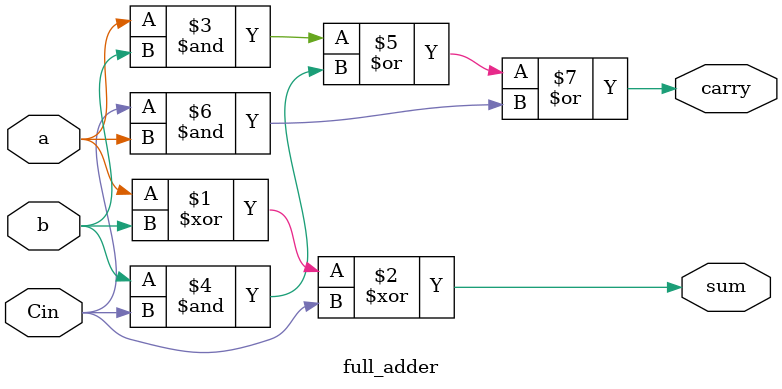
<source format=v>
module full_adder (input a ,b ,Cin ,
	            output sum ,carry );
	            
	assign sum = a ^ b ^ Cin ;
	assign carry = (a & b) | (b & Cin) | (Cin & a);
	
endmodule	 	            

</source>
